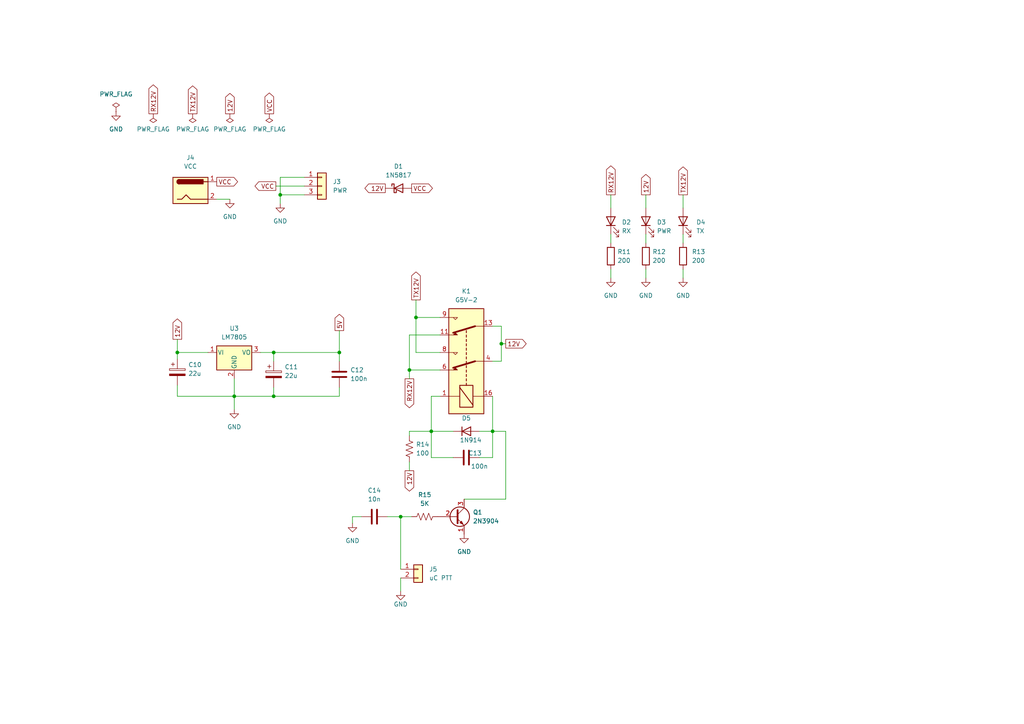
<source format=kicad_sch>
(kicad_sch (version 20211123) (generator eeschema)
  (paper "A4")
  (lib_symbols
    (symbol "Connector:Barrel_Jack" (pin_names (offset 1.016))
      (property "Reference" "J" (at 0 5.334 0))
      (property "Value" "Barrel_Jack" (at 0 -5.08 0))
      (symbol "Barrel_Jack_0_1"
        (rectangle (start -5.08 3.81) (end 5.08 -3.81) (stroke (width 0.254)) (fill (type background)))
        (arc (start -3.302 3.175) (mid -3.937 2.54) (end -3.302 1.905) (stroke (width 0.254)))
        (arc (start -3.302 3.175) (mid -3.937 2.54) (end -3.302 1.905) (stroke (width 0.254)) (fill (type outline)))
        (polyline (pts (xy 5.08 2.54) (xy 3.81 2.54)) (stroke (width 0.254)))
        (polyline (pts (xy -3.81 -2.54) (xy -2.54 -2.54) (xy -1.27 -1.27) (xy 0 -2.54) (xy 2.54 -2.54) (xy 5.08 -2.54)) (stroke (width 0.254)))
        (rectangle (start 3.683 3.175) (end -3.302 1.905) (stroke (width 0.254)) (fill (type outline)))
      )
      (symbol "Barrel_Jack_1_1"
        (pin passive line (at 7.62 2.54 180) (length 2.54) (name "~") (number "1"))
        (pin passive line (at 7.62 -2.54 180) (length 2.54) (name "~") (number "2"))
      )
    )
    (symbol "Connector_Generic:Conn_01x02" (pin_names (offset 1.016) hide)
      (property "Reference" "J" (at 0 2.54 0))
      (property "Value" "Conn_01x02" (at 0 -5.08 0))
      (symbol "Conn_01x02_1_1"
        (rectangle (start -1.27 -2.413) (end 0 -2.667) (stroke (width 0.1524)))
        (rectangle (start -1.27 0.127) (end 0 -0.127) (stroke (width 0.1524)))
        (rectangle (start -1.27 1.27) (end 1.27 -3.81) (stroke (width 0.254)) (fill (type background)))
        (pin passive line (at -5.08 0 0) (length 3.81) (name "Pin_1") (number "1"))
        (pin passive line (at -5.08 -2.54 0) (length 3.81) (name "Pin_2") (number "2"))
      )
    )
    (symbol "Connector_Generic:Conn_01x03" (pin_names (offset 1.016) hide)
      (property "Reference" "J" (at 0 5.08 0))
      (property "Value" "Conn_01x03" (at 0 -5.08 0))
      (symbol "Conn_01x03_1_1"
        (rectangle (start -1.27 -2.413) (end 0 -2.667) (stroke (width 0.1524)))
        (rectangle (start -1.27 0.127) (end 0 -0.127) (stroke (width 0.1524)))
        (rectangle (start -1.27 2.667) (end 0 2.413) (stroke (width 0.1524)))
        (rectangle (start -1.27 3.81) (end 1.27 -3.81) (stroke (width 0.254)) (fill (type background)))
        (pin passive line (at -5.08 2.54 0) (length 3.81) (name "Pin_1") (number "1"))
        (pin passive line (at -5.08 0 0) (length 3.81) (name "Pin_2") (number "2"))
        (pin passive line (at -5.08 -2.54 0) (length 3.81) (name "Pin_3") (number "3"))
      )
    )
    (symbol "Device:C" (pin_numbers hide) (pin_names (offset 0.254))
      (property "Reference" "C" (at 0.635 2.54 0))
      (property "Value" "C" (at 0.635 -2.54 0))
      (symbol "C_0_1"
        (polyline (pts (xy -2.032 -0.762) (xy 2.032 -0.762)) (stroke (width 0.508)))
        (polyline (pts (xy -2.032 0.762) (xy 2.032 0.762)) (stroke (width 0.508)))
      )
      (symbol "C_1_1"
        (pin passive line (at 0 3.81 270) (length 2.794) (name "~") (number "1"))
        (pin passive line (at 0 -3.81 90) (length 2.794) (name "~") (number "2"))
      )
    )
    (symbol "Device:C_Polarized" (pin_numbers hide) (pin_names (offset 0.254))
      (property "Reference" "C" (at 0.635 2.54 0))
      (property "Value" "C_Polarized" (at 0.635 -2.54 0))
      (symbol "C_Polarized_0_1"
        (rectangle (start -2.286 0.508) (end 2.286 1.016))
        (polyline (pts (xy -1.778 2.286) (xy -0.762 2.286)))
        (polyline (pts (xy -1.27 2.794) (xy -1.27 1.778)))
        (rectangle (start 2.286 -0.508) (end -2.286 -1.016) (fill (type outline)))
      )
      (symbol "C_Polarized_1_1"
        (pin passive line (at 0 3.81 270) (length 2.794) (name "~") (number "1"))
        (pin passive line (at 0 -3.81 90) (length 2.794) (name "~") (number "2"))
      )
    )
    (symbol "Device:LED" (pin_numbers hide) (pin_names (offset 1.016) hide)
      (property "Reference" "D" (at 0 2.54 0))
      (property "Value" "LED" (at 0 -2.54 0))
      (symbol "LED_0_1"
        (polyline (pts (xy -1.27 -1.27) (xy -1.27 1.27)) (stroke (width 0.254)))
        (polyline (pts (xy -1.27 0) (xy 1.27 0)))
        (polyline (pts (xy 1.27 -1.27) (xy 1.27 1.27) (xy -1.27 0) (xy 1.27 -1.27)) (stroke (width 0.254)))
        (polyline (pts (xy -3.048 -0.762) (xy -4.572 -2.286) (xy -3.81 -2.286) (xy -4.572 -2.286) (xy -4.572 -1.524)))
        (polyline (pts (xy -1.778 -0.762) (xy -3.302 -2.286) (xy -2.54 -2.286) (xy -3.302 -2.286) (xy -3.302 -1.524)))
      )
      (symbol "LED_1_1"
        (pin passive line (at -3.81 0 0) (length 2.54) (name "K") (number "1"))
        (pin passive line (at 3.81 0 180) (length 2.54) (name "A") (number "2"))
      )
    )
    (symbol "Device:R" (pin_numbers hide) (pin_names (offset 0))
      (property "Reference" "R" (at 2.032 0 90))
      (property "Value" "R" (at 0 0 90))
      (symbol "R_0_1"
        (rectangle (start -1.016 -2.54) (end 1.016 2.54) (stroke (width 0.254)))
      )
      (symbol "R_1_1"
        (pin passive line (at 0 3.81 270) (length 1.27) (name "~") (number "1"))
        (pin passive line (at 0 -3.81 90) (length 1.27) (name "~") (number "2"))
      )
    )
    (symbol "Device:R_US" (pin_numbers hide) (pin_names (offset 0))
      (property "Reference" "R" (at 2.54 0 90))
      (property "Value" "R_US" (at -2.54 0 90))
      (symbol "R_US_0_1"
        (polyline (pts (xy 0 -2.286) (xy 0 -2.54)))
        (polyline (pts (xy 0 2.286) (xy 0 2.54)))
        (polyline (pts (xy 0 -0.762) (xy 1.016 -1.143) (xy 0 -1.524) (xy -1.016 -1.905) (xy 0 -2.286)))
        (polyline (pts (xy 0 0.762) (xy 1.016 0.381) (xy 0 0) (xy -1.016 -0.381) (xy 0 -0.762)))
        (polyline (pts (xy 0 2.286) (xy 1.016 1.905) (xy 0 1.524) (xy -1.016 1.143) (xy 0 0.762)))
      )
      (symbol "R_US_1_1"
        (pin passive line (at 0 3.81 270) (length 1.27) (name "~") (number "1"))
        (pin passive line (at 0 -3.81 90) (length 1.27) (name "~") (number "2"))
      )
    )
    (symbol "Diode:1N5817" (pin_numbers hide) (pin_names (offset 1.016) hide)
      (property "Reference" "D" (at 0 2.54 0))
      (property "Value" "1N5817" (at 0 -2.54 0))
      (symbol "1N5817_0_1"
        (polyline (pts (xy 1.27 0) (xy -1.27 0)))
        (polyline (pts (xy 1.27 1.27) (xy 1.27 -1.27) (xy -1.27 0) (xy 1.27 1.27)) (stroke (width 0.254)))
        (polyline (pts (xy -1.905 0.635) (xy -1.905 1.27) (xy -1.27 1.27) (xy -1.27 -1.27) (xy -0.635 -1.27) (xy -0.635 -0.635)) (stroke (width 0.254)))
      )
      (symbol "1N5817_1_1"
        (pin passive line (at -3.81 0 0) (length 2.54) (name "K") (number "1"))
        (pin passive line (at 3.81 0 180) (length 2.54) (name "A") (number "2"))
      )
    )
    (symbol "Diode:1N914" (pin_numbers hide) (pin_names (offset 1.016) hide)
      (property "Reference" "D" (at 0 2.54 0))
      (property "Value" "1N914" (at 0 -2.54 0))
      (symbol "1N914_0_1"
        (polyline (pts (xy -1.27 1.27) (xy -1.27 -1.27)) (stroke (width 0.254)))
        (polyline (pts (xy 1.27 0) (xy -1.27 0)))
        (polyline (pts (xy 1.27 1.27) (xy 1.27 -1.27) (xy -1.27 0) (xy 1.27 1.27)) (stroke (width 0.254)))
      )
      (symbol "1N914_1_1"
        (pin passive line (at -3.81 0 0) (length 2.54) (name "K") (number "1"))
        (pin passive line (at 3.81 0 180) (length 2.54) (name "A") (number "2"))
      )
    )
    (symbol "Regulator_Linear:LM7805_TO220" (pin_names (offset 0.254))
      (property "Reference" "U" (at -3.81 3.175 0))
      (property "Value" "LM7805_TO220" (at 0 3.175 0))
      (symbol "LM7805_TO220_0_1"
        (rectangle (start -5.08 1.905) (end 5.08 -5.08) (stroke (width 0.254)) (fill (type background)))
      )
      (symbol "LM7805_TO220_1_1"
        (pin power_in line (at -7.62 0 0) (length 2.54) (name "VI") (number "1"))
        (pin power_in line (at 0 -7.62 90) (length 2.54) (name "GND") (number "2"))
        (pin power_out line (at 7.62 0 180) (length 2.54) (name "VO") (number "3"))
      )
    )
    (symbol "Relay:G5V-2"
      (property "Reference" "K" (at 16.51 3.81 0))
      (property "Value" "G5V-2" (at 16.51 1.27 0))
      (symbol "G5V-2_0_1"
        (rectangle (start -15.24 5.08) (end 15.24 -5.08) (stroke (width 0.254)) (fill (type background)))
        (rectangle (start -13.335 1.905) (end -6.985 -1.905) (stroke (width 0.254)))
        (polyline (pts (xy -12.7 -1.905) (xy -7.62 1.905)) (stroke (width 0.254)))
        (polyline (pts (xy -10.16 -5.08) (xy -10.16 -1.905)))
        (polyline (pts (xy -10.16 5.08) (xy -10.16 1.905)))
        (polyline (pts (xy -6.985 0) (xy -6.35 0)) (stroke (width 0.254)))
        (polyline (pts (xy -5.715 0) (xy -5.08 0)) (stroke (width 0.254)))
        (polyline (pts (xy -4.445 0) (xy -3.81 0)) (stroke (width 0.254)))
        (polyline (pts (xy -3.175 0) (xy -2.54 0)) (stroke (width 0.254)))
        (polyline (pts (xy -1.905 0) (xy -1.27 0)) (stroke (width 0.254)))
        (polyline (pts (xy -0.635 0) (xy 0 0)) (stroke (width 0.254)))
        (polyline (pts (xy 0 -2.54) (xy -1.905 3.81)) (stroke (width 0.508)))
        (polyline (pts (xy 0 -2.54) (xy 0 -5.08)))
        (polyline (pts (xy 0.635 0) (xy 1.27 0)) (stroke (width 0.254)))
        (polyline (pts (xy 1.905 0) (xy 2.54 0)) (stroke (width 0.254)))
        (polyline (pts (xy 3.175 0) (xy 3.81 0)) (stroke (width 0.254)))
        (polyline (pts (xy 4.445 0) (xy 5.08 0)) (stroke (width 0.254)))
        (polyline (pts (xy 5.715 0) (xy 6.35 0)) (stroke (width 0.254)))
        (polyline (pts (xy 6.985 0) (xy 7.62 0)) (stroke (width 0.254)))
        (polyline (pts (xy 8.255 0) (xy 8.89 0)) (stroke (width 0.254)))
        (polyline (pts (xy 10.16 -2.54) (xy 8.255 3.81)) (stroke (width 0.508)))
        (polyline (pts (xy 10.16 -2.54) (xy 10.16 -5.08)))
        (polyline (pts (xy -2.54 5.08) (xy -2.54 2.54) (xy -1.905 3.175) (xy -2.54 3.81)) (fill (type outline)))
        (polyline (pts (xy 2.54 5.08) (xy 2.54 2.54) (xy 1.905 3.175) (xy 2.54 3.81)))
        (polyline (pts (xy 7.62 5.08) (xy 7.62 2.54) (xy 8.255 3.175) (xy 7.62 3.81)) (fill (type outline)))
        (polyline (pts (xy 12.7 5.08) (xy 12.7 2.54) (xy 12.065 3.175) (xy 12.7 3.81)))
      )
      (symbol "G5V-2_1_1"
        (pin passive line (at -10.16 7.62 270) (length 2.54) (name "~") (number "1"))
        (pin passive line (at 7.62 7.62 270) (length 2.54) (name "~") (number "11"))
        (pin passive line (at 10.16 -7.62 90) (length 2.54) (name "~") (number "13"))
        (pin passive line (at -10.16 -7.62 90) (length 2.54) (name "~") (number "16"))
        (pin passive line (at 0 -7.62 90) (length 2.54) (name "~") (number "4"))
        (pin passive line (at -2.54 7.62 270) (length 2.54) (name "~") (number "6"))
        (pin passive line (at 2.54 7.62 270) (length 2.54) (name "~") (number "8"))
        (pin passive line (at 12.7 7.62 270) (length 2.54) (name "~") (number "9"))
      )
    )
    (symbol "Transistor_BJT:2N3904" (pin_names (offset 0) hide)
      (property "Reference" "Q" (at 5.08 1.905 0))
      (property "Value" "2N3904" (at 5.08 0 0))
      (symbol "2N3904_0_1"
        (polyline (pts (xy 0.635 0.635) (xy 2.54 2.54)))
        (polyline (pts (xy 0.635 -0.635) (xy 2.54 -2.54) (xy 2.54 -2.54)))
        (polyline (pts (xy 0.635 1.905) (xy 0.635 -1.905) (xy 0.635 -1.905)) (stroke (width 0.508)))
        (polyline (pts (xy 1.27 -1.778) (xy 1.778 -1.27) (xy 2.286 -2.286) (xy 1.27 -1.778) (xy 1.27 -1.778)) (fill (type outline)))
        (circle (center 1.27 0) (radius 2.8194) (stroke (width 0.254)))
      )
      (symbol "2N3904_1_1"
        (pin passive line (at 2.54 -5.08 90) (length 2.54) (name "E") (number "1"))
        (pin passive line (at -5.08 0 0) (length 5.715) (name "B") (number "2"))
        (pin passive line (at 2.54 5.08 270) (length 2.54) (name "C") (number "3"))
      )
    )
    (symbol "power:GND" (power) (pin_names (offset 0))
      (property "Value" "GND" (at 0 -3.81 0))
      (symbol "GND_0_1"
        (polyline (pts (xy 0 0) (xy 0 -1.27) (xy 1.27 -1.27) (xy 0 -2.54) (xy -1.27 -1.27) (xy 0 -1.27)))
      )
      (symbol "GND_1_1"
        (pin power_in line (at 0 0 270) (length 0) hide (name "GND") (number "1"))
      )
    )
    (symbol "power:PWR_FLAG" (power) (pin_numbers hide) (pin_names (offset 0) hide)
      (property "Value" "PWR_FLAG" (at 0 3.81 0))
      (symbol "PWR_FLAG_0_0"
        (pin power_out line (at 0 0 90) (length 0) (name "pwr") (number "1"))
      )
      (symbol "PWR_FLAG_0_1"
        (polyline (pts (xy 0 0) (xy 0 1.27) (xy -1.016 1.905) (xy 0 2.54) (xy 1.016 1.905) (xy 0 1.27)))
      )
    )
  )
  (junction (at 125.095 125.095))
  (junction (at 142.875 125.095))
  (junction (at 79.375 102.235))
  (junction (at 67.945 114.935))
  (junction (at 145.415 99.695))
  (junction (at 120.65 92.075))
  (junction (at 116.205 149.86))
  (junction (at 51.435 102.235))
  (junction (at 98.425 102.235))
  (junction (at 79.375 114.935))
  (junction (at 118.745 107.315))
  (junction (at 81.28 56.515))
  (wire (pts (xy 119.38 149.86) (xy 116.205 149.86)))
  (wire (pts (xy 67.945 114.935) (xy 67.945 109.855)))
  (wire (pts (xy 112.395 149.86) (xy 116.205 149.86)))
  (wire (pts (xy 118.745 125.095) (xy 118.745 126.365)))
  (wire (pts (xy 67.945 114.935) (xy 51.435 114.935)))
  (wire (pts (xy 198.12 78.105) (xy 198.12 80.645)))
  (wire (pts (xy 118.745 107.315) (xy 118.745 109.855)))
  (wire (pts (xy 125.095 132.715) (xy 131.445 132.715)))
  (wire (pts (xy 145.415 99.695) (xy 145.415 104.775)))
  (wire (pts (xy 118.745 133.985) (xy 118.745 136.525)))
  (wire (pts (xy 51.435 102.235) (xy 51.435 104.14)))
  (wire (pts (xy 127.635 102.235) (xy 120.65 102.235)))
  (wire (pts (xy 98.425 114.935) (xy 79.375 114.935)))
  (wire (pts (xy 127.635 114.935) (xy 125.095 114.935)))
  (wire (pts (xy 177.165 67.945) (xy 177.165 70.485)))
  (wire (pts (xy 177.165 56.515) (xy 177.165 60.325)))
  (wire (pts (xy 146.685 125.095) (xy 146.685 144.78)))
  (wire (pts (xy 116.205 167.64) (xy 116.205 171.45)))
  (wire (pts (xy 125.095 125.095) (xy 118.745 125.095)))
  (wire (pts (xy 98.425 95.885) (xy 98.425 102.235)))
  (wire (pts (xy 118.745 97.155) (xy 118.745 107.315)))
  (wire (pts (xy 187.325 67.945) (xy 187.325 70.485)))
  (wire (pts (xy 120.65 92.075) (xy 120.65 86.995)))
  (wire (pts (xy 139.065 125.095) (xy 142.875 125.095)))
  (wire (pts (xy 88.265 51.435) (xy 81.28 51.435)))
  (wire (pts (xy 79.375 102.235) (xy 79.375 104.775)))
  (wire (pts (xy 139.065 132.715) (xy 142.875 132.715)))
  (wire (pts (xy 127.635 97.155) (xy 118.745 97.155)))
  (wire (pts (xy 142.875 104.775) (xy 145.415 104.775)))
  (wire (pts (xy 120.65 92.075) (xy 127.635 92.075)))
  (wire (pts (xy 187.325 56.515) (xy 187.325 60.325)))
  (wire (pts (xy 79.375 114.935) (xy 67.945 114.935)))
  (wire (pts (xy 60.325 102.235) (xy 51.435 102.235)))
  (wire (pts (xy 81.28 56.515) (xy 88.265 56.515)))
  (wire (pts (xy 177.165 78.105) (xy 177.165 80.645)))
  (wire (pts (xy 120.65 102.235) (xy 120.65 92.075)))
  (wire (pts (xy 51.435 111.76) (xy 51.435 114.935)))
  (wire (pts (xy 98.425 112.395) (xy 98.425 114.935)))
  (wire (pts (xy 142.875 125.095) (xy 142.875 132.715)))
  (wire (pts (xy 66.675 57.785) (xy 62.865 57.785)))
  (wire (pts (xy 125.095 114.935) (xy 125.095 125.095)))
  (wire (pts (xy 145.415 94.615) (xy 145.415 99.695)))
  (wire (pts (xy 51.435 98.425) (xy 51.435 102.235)))
  (wire (pts (xy 142.875 125.095) (xy 146.685 125.095)))
  (wire (pts (xy 198.12 67.945) (xy 198.12 70.485)))
  (wire (pts (xy 81.28 51.435) (xy 81.28 56.515)))
  (wire (pts (xy 125.095 125.095) (xy 131.445 125.095)))
  (wire (pts (xy 79.375 112.395) (xy 79.375 114.935)))
  (wire (pts (xy 81.28 56.515) (xy 81.28 59.055)))
  (wire (pts (xy 104.775 149.86) (xy 102.235 149.86)))
  (wire (pts (xy 187.325 78.105) (xy 187.325 80.645)))
  (wire (pts (xy 146.685 99.695) (xy 145.415 99.695)))
  (wire (pts (xy 198.12 56.515) (xy 198.12 60.325)))
  (wire (pts (xy 142.875 94.615) (xy 145.415 94.615)))
  (wire (pts (xy 116.205 149.86) (xy 116.205 165.1)))
  (wire (pts (xy 142.875 114.935) (xy 142.875 125.095)))
  (wire (pts (xy 127.635 107.315) (xy 118.745 107.315)))
  (wire (pts (xy 125.095 125.095) (xy 125.095 132.715)))
  (wire (pts (xy 146.685 144.78) (xy 134.62 144.78)))
  (wire (pts (xy 80.01 53.975) (xy 88.265 53.975)))
  (wire (pts (xy 98.425 102.235) (xy 98.425 104.775)))
  (wire (pts (xy 79.375 102.235) (xy 98.425 102.235)))
  (wire (pts (xy 102.235 149.86) (xy 102.235 151.765)))
  (wire (pts (xy 75.565 102.235) (xy 79.375 102.235)))
  (wire (pts (xy 67.945 114.935) (xy 67.945 118.745)))
  (global_label "RX12V" (shape output) (at 118.745 109.855 270) (property "Intersheet References" "${INTERSHEET_REFS}" (effects hide)))
  (global_label "TX12V" (shape output) (at 120.65 86.995 90) (property "Intersheet References" "${INTERSHEET_REFS}" (effects hide)))
  (global_label "TX12V" (shape output) (at 198.12 56.515 90) (property "Intersheet References" "${INTERSHEET_REFS}" (effects hide)))
  (global_label "12V" (shape output) (at 146.685 99.695 0) (property "Intersheet References" "${INTERSHEET_REFS}" (effects hide)))
  (global_label "12V" (shape output) (at 111.76 54.61 180) (property "Intersheet References" "${INTERSHEET_REFS}" (effects hide)))
  (global_label "12V" (shape output) (at 187.325 56.515 90) (property "Intersheet References" "${INTERSHEET_REFS}" (effects hide)))
  (global_label "VCC" (shape output) (at 62.865 52.705 0) (property "Intersheet References" "${INTERSHEET_REFS}" (effects hide)))
  (global_label "TX12V" (shape output) (at 55.88 33.02 90) (property "Intersheet References" "${INTERSHEET_REFS}" (effects hide)))
  (global_label "RX12V" (shape output) (at 177.165 56.515 90) (property "Intersheet References" "${INTERSHEET_REFS}" (effects hide)))
  (global_label "12V" (shape output) (at 51.435 98.425 90) (property "Intersheet References" "${INTERSHEET_REFS}" (effects hide)))
  (global_label "12V" (shape output) (at 66.675 33.02 90) (property "Intersheet References" "${INTERSHEET_REFS}" (effects hide)))
  (global_label "12V" (shape output) (at 118.745 136.525 270) (property "Intersheet References" "${INTERSHEET_REFS}" (effects hide)))
  (global_label "RX12V" (shape output) (at 44.45 33.02 90) (property "Intersheet References" "${INTERSHEET_REFS}" (effects hide)))
  (global_label "VCC" (shape output) (at 78.105 33.02 90) (property "Intersheet References" "${INTERSHEET_REFS}" (effects hide)))
  (global_label "VCC" (shape output) (at 119.38 54.61 0) (property "Intersheet References" "${INTERSHEET_REFS}" (effects hide)))
  (global_label "5V" (shape output) (at 98.425 95.885 90) (property "Intersheet References" "${INTERSHEET_REFS}" (effects hide)))
  (global_label "VCC" (shape output) (at 80.01 53.975 180) (property "Intersheet References" "${INTERSHEET_REFS}" (effects hide)))
  (symbol (lib_id "Relay:G5V-2") (at 135.255 104.775 90) (unit 1)
    (property "Reference" "K1" (at 135.255 84.455 90))
    (property "Value" "G5V-2" (at 135.255 86.995 90))
    (property "Footprint" "Relay_THT:Relay_DPDT_Omron_G5V-2" (effects hide))
    (property "Datasheet" "http://omronfs.omron.com/en_US/ecb/products/pdf/en-g5v_2.pdf" (effects hide))
  )
  (symbol (lib_id "Device:LED") (at 187.325 64.135 90) (unit 1)
    (property "Reference" "D3" (at 190.5 64.4524 90) (effects (justify right)))
    (property "Value" "PWR" (at 190.5 66.9924 90) (effects (justify right)))
    (property "Footprint" "LED_THT:LED_D3.0mm" (effects hide))
  )
  (symbol (lib_id "power:GND") (at 177.165 80.645 0) (unit 1)
    (property "Reference" "#PWR022" (effects hide))
    (property "Value" "GND" (at 177.165 85.725 0))
  )
  (symbol (lib_id "power:PWR_FLAG") (at 33.655 32.385 0) (unit 1)
    (property "Reference" "#FLG02" (effects hide))
    (property "Value" "PWR_FLAG" (at 33.655 27.305 0))
  )
  (symbol (lib_id "Device:R_US") (at 118.745 130.175 0) (unit 1)
    (property "Reference" "R14" (at 120.65 128.9049 0) (effects (justify left)))
    (property "Value" "100" (at 120.65 131.4449 0) (effects (justify left)))
    (property "Footprint" "Resistor_SMD:R_1206_3216Metric" (effects hide))
  )
  (symbol (lib_id "Connector_Generic:Conn_01x03") (at 93.345 53.975 0) (unit 1)
    (property "Reference" "J3" (at 96.52 52.7049 0) (effects (justify left)))
    (property "Value" "PWR" (at 96.52 55.2449 0) (effects (justify left)))
    (property "Footprint" "Connector_PinHeader_2.54mm:PinHeader_1x03_P2.54mm_Vertical" (effects hide))
  )
  (symbol (lib_id "Connector:Barrel_Jack") (at 55.245 55.245 0) (unit 1)
    (property "Reference" "J4" (at 55.245 45.72 0))
    (property "Value" "VCC" (at 55.245 48.26 0))
    (property "Footprint" "Connector_BarrelJack:BarrelJack_GCT_DCJ200-10-A_Horizontal" (effects hide))
  )
  (symbol (lib_id "Device:C") (at 135.255 132.715 90) (unit 1)
    (property "Reference" "C13" (at 137.795 131.445 90))
    (property "Value" "100n" (at 139.065 135.255 90))
    (property "Footprint" "Capacitor_SMD:C_1206_3216Metric" (effects hide))
  )
  (symbol (lib_id "Device:C_Polarized") (at 51.435 107.95 0) (unit 1)
    (property "Reference" "C10" (at 54.61 105.7909 0) (effects (justify left)))
    (property "Value" "22u" (at 54.61 108.3309 0) (effects (justify left)))
    (property "Footprint" "Capacitor_THT:CP_Radial_D8.0mm_P2.50mm" (effects hide))
  )
  (symbol (lib_id "power:PWR_FLAG") (at 78.105 33.02 180) (unit 1)
    (property "Reference" "#FLG06" (effects hide))
    (property "Value" "PWR_FLAG" (at 78.105 37.465 0))
  )
  (symbol (lib_id "power:GND") (at 102.235 151.765 0) (unit 1)
    (property "Reference" "#PWR026" (effects hide))
    (property "Value" "GND" (at 102.235 156.845 0))
  )
  (symbol (lib_id "Device:R") (at 198.12 74.295 0) (unit 1)
    (property "Reference" "R13" (at 200.66 73.0249 0) (effects (justify left)))
    (property "Value" "200" (at 200.66 75.5649 0) (effects (justify left)))
    (property "Footprint" "Resistor_SMD:R_1206_3216Metric" (effects hide))
  )
  (symbol (lib_id "power:GND") (at 33.655 32.385 0) (unit 1)
    (property "Reference" "#PWR019" (effects hide))
    (property "Value" "GND" (at 33.655 37.465 0))
  )
  (symbol (lib_id "power:GND") (at 116.205 171.45 0) (unit 1)
    (property "Reference" "#PWR028" (effects hide))
    (property "Value" "GND" (at 116.205 175.26 0))
  )
  (symbol (lib_id "power:PWR_FLAG") (at 55.88 33.02 180) (unit 1)
    (property "Reference" "#FLG04" (effects hide))
    (property "Value" "PWR_FLAG" (at 55.88 37.465 0))
  )
  (symbol (lib_id "power:GND") (at 66.675 57.785 0) (unit 1)
    (property "Reference" "#PWR020" (effects hide))
    (property "Value" "GND" (at 66.675 62.865 0))
  )
  (symbol (lib_id "Connector_Generic:Conn_01x02") (at 121.285 165.1 0) (unit 1)
    (property "Reference" "J5" (at 124.46 165.0999 0) (effects (justify left)))
    (property "Value" "uC PTT" (at 124.46 167.6399 0) (effects (justify left)))
    (property "Footprint" "Connector_PinHeader_2.54mm:PinHeader_1x02_P2.54mm_Vertical" (effects hide))
  )
  (symbol (lib_id "Device:C_Polarized") (at 79.375 108.585 0) (unit 1)
    (property "Reference" "C11" (at 82.55 106.4259 0) (effects (justify left)))
    (property "Value" "22u" (at 82.55 108.9659 0) (effects (justify left)))
    (property "Footprint" "Capacitor_THT:CP_Radial_D8.0mm_P2.50mm" (effects hide))
  )
  (symbol (lib_id "Device:R") (at 177.165 74.295 0) (unit 1)
    (property "Reference" "R11" (at 179.07 73.0249 0) (effects (justify left)))
    (property "Value" "200" (at 179.07 75.5649 0) (effects (justify left)))
    (property "Footprint" "Resistor_SMD:R_1206_3216Metric" (effects hide))
  )
  (symbol (lib_id "power:GND") (at 198.12 80.645 0) (unit 1)
    (property "Reference" "#PWR024" (effects hide))
    (property "Value" "GND" (at 198.12 85.725 0))
  )
  (symbol (lib_id "Device:LED") (at 198.12 64.135 90) (unit 1)
    (property "Reference" "D4" (at 201.93 64.4524 90) (effects (justify right)))
    (property "Value" "TX" (at 201.93 66.9924 90) (effects (justify right)))
    (property "Footprint" "LED_THT:LED_D3.0mm" (effects hide))
  )
  (symbol (lib_id "Device:R_US") (at 123.19 149.86 270) (unit 1)
    (property "Reference" "R15" (at 123.19 143.51 90))
    (property "Value" "5K" (at 123.19 146.05 90))
    (property "Footprint" "Resistor_SMD:R_1206_3216Metric" (effects hide))
  )
  (symbol (lib_id "Device:R") (at 187.325 74.295 0) (unit 1)
    (property "Reference" "R12" (at 189.23 73.0249 0) (effects (justify left)))
    (property "Value" "200" (at 189.23 75.5649 0) (effects (justify left)))
    (property "Footprint" "Resistor_SMD:R_1206_3216Metric" (effects hide))
  )
  (symbol (lib_id "Device:C") (at 108.585 149.86 90) (unit 1)
    (property "Reference" "C14" (at 108.585 142.24 90))
    (property "Value" "10n" (at 108.585 144.78 90))
    (property "Footprint" "Capacitor_SMD:C_1206_3216Metric" (effects hide))
  )
  (symbol (lib_id "power:PWR_FLAG") (at 66.675 33.02 180) (unit 1)
    (property "Reference" "#FLG05" (effects hide))
    (property "Value" "PWR_FLAG" (at 66.675 37.465 0))
  )
  (symbol (lib_id "Regulator_Linear:LM7805_TO220") (at 67.945 102.235 0) (unit 1)
    (property "Reference" "U3" (at 67.945 95.25 0))
    (property "Value" "LM7805" (at 67.945 97.79 0))
    (property "Footprint" "Package_TO_SOT_THT:TO-220-3_Vertical" (effects hide))
    (property "Datasheet" "https://www.onsemi.cn/PowerSolutions/document/MC7800-D.PDF" (effects hide))
  )
  (symbol (lib_id "power:PWR_FLAG") (at 44.45 33.02 180) (unit 1)
    (property "Reference" "#FLG03" (effects hide))
    (property "Value" "PWR_FLAG" (at 44.45 37.465 0))
  )
  (symbol (lib_id "power:GND") (at 134.62 154.94 0) (unit 1)
    (property "Reference" "#PWR027" (effects hide))
    (property "Value" "GND" (at 134.62 160.02 0))
  )
  (symbol (lib_id "Diode:1N914") (at 135.255 125.095 0) (unit 1)
    (property "Reference" "D5" (at 135.255 121.285 0))
    (property "Value" "1N914" (at 136.525 127.635 0))
    (property "Footprint" "Diode_THT:D_DO-35_SOD27_P7.62mm_Horizontal" (effects hide))
    (property "Datasheet" "http://www.vishay.com/docs/85622/1n914.pdf" (effects hide))
  )
  (symbol (lib_id "power:GND") (at 67.945 118.745 0) (unit 1)
    (property "Reference" "#PWR025" (effects hide))
    (property "Value" "GND" (at 67.945 123.825 0))
  )
  (symbol (lib_id "power:GND") (at 81.28 59.055 0) (unit 1)
    (property "Reference" "#PWR021" (effects hide))
    (property "Value" "GND" (at 81.28 64.135 0))
  )
  (symbol (lib_id "power:GND") (at 187.325 80.645 0) (unit 1)
    (property "Reference" "#PWR023" (effects hide))
    (property "Value" "GND" (at 187.325 85.725 0))
  )
  (symbol (lib_id "Device:C") (at 98.425 108.585 0) (unit 1)
    (property "Reference" "C12" (at 101.6 107.3149 0) (effects (justify left)))
    (property "Value" "100n" (at 101.6 109.8549 0) (effects (justify left)))
    (property "Footprint" "Capacitor_SMD:C_1206_3216Metric" (effects hide))
  )
  (symbol (lib_id "Diode:1N5817") (at 115.57 54.61 0) (unit 1)
    (property "Reference" "D1" (at 115.57 48.26 0))
    (property "Value" "1N5817" (at 115.57 50.8 0))
    (property "Footprint" "Diode_THT:D_DO-41_SOD81_P10.16mm_Horizontal" (effects hide))
    (property "Datasheet" "http://www.vishay.com/docs/88525/1n5817.pdf" (effects hide))
  )
  (symbol (lib_id "Transistor_BJT:2N3904") (at 132.08 149.86 0) (unit 1)
    (property "Reference" "Q1" (at 137.16 148.5899 0) (effects (justify left)))
    (property "Value" "2N3904" (at 137.16 151.1299 0) (effects (justify left)))
    (property "Footprint" "Package_TO_SOT_THT:TO-92_Inline" (effects hide))
    (property "Datasheet" "https://www.onsemi.com/pub/Collateral/2N3903-D.PDF" (effects hide))
  )
  (symbol (lib_id "Device:LED") (at 177.165 64.135 90) (unit 1)
    (property "Reference" "D2" (at 180.34 64.4524 90) (effects (justify right)))
    (property "Value" "RX" (at 180.34 66.9924 90) (effects (justify right)))
    (property "Footprint" "LED_THT:LED_D3.0mm" (effects hide))
  )
)
</source>
